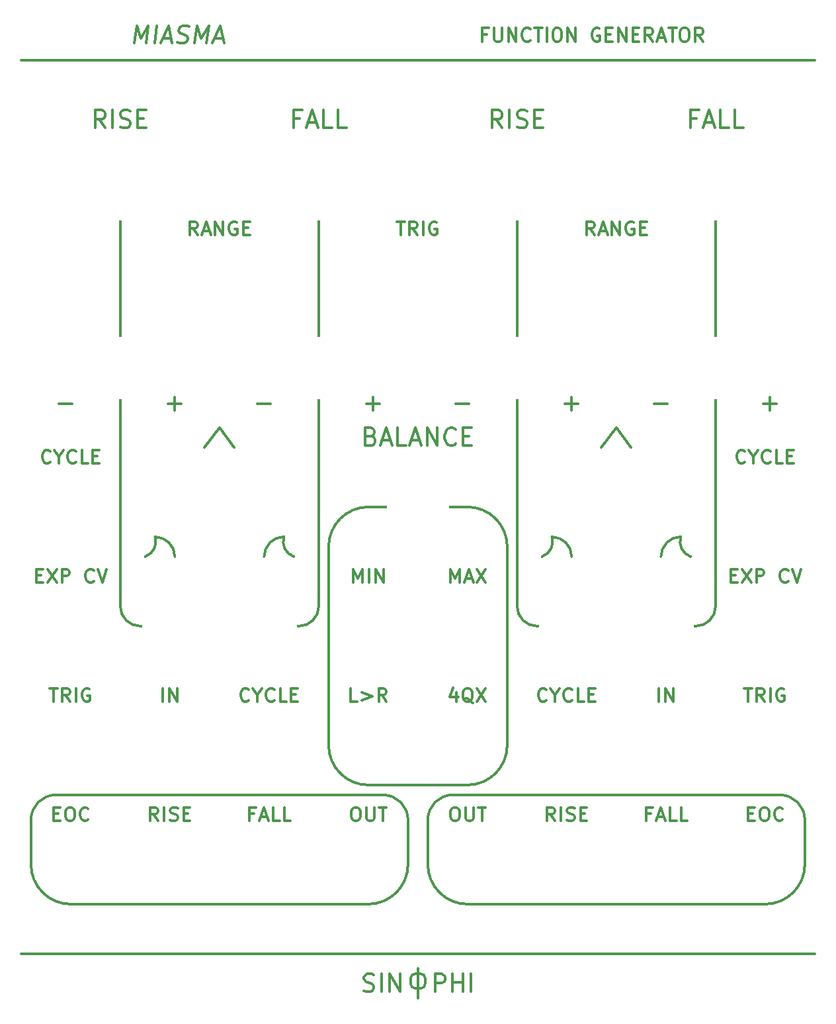
<source format=gbr>
G04 #@! TF.FileFunction,Legend,Top*
%FSLAX46Y46*%
G04 Gerber Fmt 4.6, Leading zero omitted, Abs format (unit mm)*
G04 Created by KiCad (PCBNEW 4.0.1-stable) date 10/15/2018 9:36:44 PM*
%MOMM*%
G01*
G04 APERTURE LIST*
%ADD10C,0.100000*%
%ADD11C,0.300000*%
%ADD12C,4.175000*%
%ADD13C,7.350000*%
%ADD14C,8.012000*%
%ADD15C,4.210000*%
%ADD16C,7.096000*%
G04 APERTURE END LIST*
D10*
D11*
X106362500Y-198120000D02*
X106997500Y-198120000D01*
X107632500Y-199390000D02*
X107632500Y-198755000D01*
X105727500Y-199390000D02*
X105727500Y-198755000D01*
X106362500Y-200025000D02*
X106997500Y-200025000D01*
X106680000Y-197485000D02*
X106680000Y-201295000D01*
X106997500Y-200025000D02*
G75*
G03X107632500Y-199390000I0J635000D01*
G01*
X105727500Y-199390000D02*
G75*
G03X106362500Y-200025000I635000J0D01*
G01*
X106362500Y-198120000D02*
G75*
G03X105727500Y-198755000I0J-635000D01*
G01*
X107632500Y-198755000D02*
G75*
G03X106997500Y-198120000I-635000J0D01*
G01*
X57150000Y-184150000D02*
X57150000Y-178435000D01*
X105410000Y-184150000D02*
X105410000Y-178435000D01*
X60325000Y-175260000D02*
X102235000Y-175260000D01*
X60325000Y-175260000D02*
G75*
G03X57150000Y-178435000I0J-3175000D01*
G01*
X156210000Y-184150000D02*
X156210000Y-178435000D01*
X107950000Y-184150000D02*
X107950000Y-178435000D01*
X153035000Y-175260000D02*
X111125000Y-175260000D01*
X105410000Y-178435000D02*
G75*
G03X102235000Y-175260000I-3175000J0D01*
G01*
X111125000Y-175260000D02*
G75*
G03X107950000Y-178435000I0J-3175000D01*
G01*
X156210000Y-178435000D02*
G75*
G03X153035000Y-175260000I-3175000J0D01*
G01*
X99769285Y-200300714D02*
X100090714Y-200407857D01*
X100626428Y-200407857D01*
X100840714Y-200300714D01*
X100947857Y-200193571D01*
X101055000Y-199979286D01*
X101055000Y-199765000D01*
X100947857Y-199550714D01*
X100840714Y-199443571D01*
X100626428Y-199336429D01*
X100197857Y-199229286D01*
X99983571Y-199122143D01*
X99876428Y-199015000D01*
X99769285Y-198800714D01*
X99769285Y-198586429D01*
X99876428Y-198372143D01*
X99983571Y-198265000D01*
X100197857Y-198157857D01*
X100733571Y-198157857D01*
X101055000Y-198265000D01*
X102019285Y-200407857D02*
X102019285Y-198157857D01*
X103090714Y-200407857D02*
X103090714Y-198157857D01*
X104376429Y-200407857D01*
X104376429Y-198157857D01*
X108876429Y-200407857D02*
X108876429Y-198157857D01*
X109733572Y-198157857D01*
X109947858Y-198265000D01*
X110055001Y-198372143D01*
X110162144Y-198586429D01*
X110162144Y-198907857D01*
X110055001Y-199122143D01*
X109947858Y-199229286D01*
X109733572Y-199336429D01*
X108876429Y-199336429D01*
X111126429Y-200407857D02*
X111126429Y-198157857D01*
X111126429Y-199229286D02*
X112412144Y-199229286D01*
X112412144Y-200407857D02*
X112412144Y-198157857D01*
X113483572Y-200407857D02*
X113483572Y-198157857D01*
X55880000Y-81280000D02*
X157480000Y-81280000D01*
X55880000Y-195580000D02*
X157480000Y-195580000D01*
X150907857Y-125255714D02*
X152622143Y-125255714D01*
X151765000Y-126112857D02*
X151765000Y-124398571D01*
X125507857Y-125255714D02*
X127222143Y-125255714D01*
X126365000Y-126112857D02*
X126365000Y-124398571D01*
X74707857Y-125255714D02*
X76422143Y-125255714D01*
X75565000Y-126112857D02*
X75565000Y-124398571D01*
X60737857Y-125255714D02*
X62452143Y-125255714D01*
X136937857Y-125255714D02*
X138652143Y-125255714D01*
X111537857Y-125255714D02*
X113252143Y-125255714D01*
X100107857Y-125255714D02*
X101822143Y-125255714D01*
X100965000Y-126112857D02*
X100965000Y-124398571D01*
X86137857Y-125255714D02*
X87852143Y-125255714D01*
X122555000Y-144780000D02*
G75*
G03X123825000Y-142240000I-635000J1905000D01*
G01*
X126365000Y-144780000D02*
G75*
G03X123825000Y-142240000I-2540000J0D01*
G01*
X130175000Y-130810000D02*
X132080000Y-128270000D01*
X132080000Y-128270000D02*
X133985000Y-130810000D01*
X140335000Y-142240000D02*
G75*
G03X137795000Y-144780000I0J-2540000D01*
G01*
X140335000Y-142240000D02*
G75*
G03X141605000Y-144780000I1905000J-635000D01*
G01*
X89535000Y-142240000D02*
G75*
G03X90805000Y-144780000I1905000J-635000D01*
G01*
X89535000Y-142240000D02*
G75*
G03X86995000Y-144780000I0J-2540000D01*
G01*
X81280000Y-128270000D02*
X83185000Y-130810000D01*
X79375000Y-130810000D02*
X81280000Y-128270000D01*
X75565000Y-144780000D02*
G75*
G03X73025000Y-142240000I-2540000J0D01*
G01*
X71755000Y-144780000D02*
G75*
G03X73025000Y-142240000I-635000J1905000D01*
G01*
X70399107Y-79122857D02*
X70680357Y-76872857D01*
X71229464Y-78480000D01*
X72180357Y-76872857D01*
X71899107Y-79122857D01*
X72970536Y-79122857D02*
X73251786Y-76872857D01*
X74015179Y-78480000D02*
X75086608Y-78480000D01*
X73720537Y-79122857D02*
X74751787Y-76872857D01*
X75220537Y-79122857D01*
X75876786Y-79015714D02*
X76184822Y-79122857D01*
X76720536Y-79122857D01*
X76948215Y-79015714D01*
X77068751Y-78908571D01*
X77202679Y-78694286D01*
X77229465Y-78480000D01*
X77149108Y-78265714D01*
X77055358Y-78158571D01*
X76854464Y-78051429D01*
X76439286Y-77944286D01*
X76238393Y-77837143D01*
X76144643Y-77730000D01*
X76064286Y-77515714D01*
X76091071Y-77301429D01*
X76225000Y-77087143D01*
X76345536Y-76980000D01*
X76573215Y-76872857D01*
X77108929Y-76872857D01*
X77416965Y-76980000D01*
X78113393Y-79122857D02*
X78394643Y-76872857D01*
X78943750Y-78480000D01*
X79894643Y-76872857D01*
X79613393Y-79122857D01*
X80658036Y-78480000D02*
X81729465Y-78480000D01*
X80363394Y-79122857D02*
X81394644Y-76872857D01*
X81863394Y-79122857D01*
X115510004Y-77980000D02*
X114926671Y-77980000D01*
X114926671Y-78896667D02*
X114926671Y-77146667D01*
X115760004Y-77146667D01*
X116426671Y-77146667D02*
X116426671Y-78563333D01*
X116510004Y-78730000D01*
X116593337Y-78813333D01*
X116760004Y-78896667D01*
X117093337Y-78896667D01*
X117260004Y-78813333D01*
X117343337Y-78730000D01*
X117426671Y-78563333D01*
X117426671Y-77146667D01*
X118260004Y-78896667D02*
X118260004Y-77146667D01*
X119260004Y-78896667D01*
X119260004Y-77146667D01*
X121093337Y-78730000D02*
X121010003Y-78813333D01*
X120760003Y-78896667D01*
X120593337Y-78896667D01*
X120343337Y-78813333D01*
X120176670Y-78646667D01*
X120093337Y-78480000D01*
X120010003Y-78146667D01*
X120010003Y-77896667D01*
X120093337Y-77563333D01*
X120176670Y-77396667D01*
X120343337Y-77230000D01*
X120593337Y-77146667D01*
X120760003Y-77146667D01*
X121010003Y-77230000D01*
X121093337Y-77313333D01*
X121593337Y-77146667D02*
X122593337Y-77146667D01*
X122093337Y-78896667D02*
X122093337Y-77146667D01*
X123176670Y-78896667D02*
X123176670Y-77146667D01*
X124343336Y-77146667D02*
X124676669Y-77146667D01*
X124843336Y-77230000D01*
X125010003Y-77396667D01*
X125093336Y-77730000D01*
X125093336Y-78313333D01*
X125010003Y-78646667D01*
X124843336Y-78813333D01*
X124676669Y-78896667D01*
X124343336Y-78896667D01*
X124176669Y-78813333D01*
X124010003Y-78646667D01*
X123926669Y-78313333D01*
X123926669Y-77730000D01*
X124010003Y-77396667D01*
X124176669Y-77230000D01*
X124343336Y-77146667D01*
X125843336Y-78896667D02*
X125843336Y-77146667D01*
X126843336Y-78896667D01*
X126843336Y-77146667D01*
X129926668Y-77230000D02*
X129760002Y-77146667D01*
X129510002Y-77146667D01*
X129260002Y-77230000D01*
X129093335Y-77396667D01*
X129010002Y-77563333D01*
X128926668Y-77896667D01*
X128926668Y-78146667D01*
X129010002Y-78480000D01*
X129093335Y-78646667D01*
X129260002Y-78813333D01*
X129510002Y-78896667D01*
X129676668Y-78896667D01*
X129926668Y-78813333D01*
X130010002Y-78730000D01*
X130010002Y-78146667D01*
X129676668Y-78146667D01*
X130760002Y-77980000D02*
X131343335Y-77980000D01*
X131593335Y-78896667D02*
X130760002Y-78896667D01*
X130760002Y-77146667D01*
X131593335Y-77146667D01*
X132343335Y-78896667D02*
X132343335Y-77146667D01*
X133343335Y-78896667D01*
X133343335Y-77146667D01*
X134176668Y-77980000D02*
X134760001Y-77980000D01*
X135010001Y-78896667D02*
X134176668Y-78896667D01*
X134176668Y-77146667D01*
X135010001Y-77146667D01*
X136760001Y-78896667D02*
X136176667Y-78063333D01*
X135760001Y-78896667D02*
X135760001Y-77146667D01*
X136426667Y-77146667D01*
X136593334Y-77230000D01*
X136676667Y-77313333D01*
X136760001Y-77480000D01*
X136760001Y-77730000D01*
X136676667Y-77896667D01*
X136593334Y-77980000D01*
X136426667Y-78063333D01*
X135760001Y-78063333D01*
X137426667Y-78396667D02*
X138260001Y-78396667D01*
X137260001Y-78896667D02*
X137843334Y-77146667D01*
X138426667Y-78896667D01*
X138760001Y-77146667D02*
X139760001Y-77146667D01*
X139260001Y-78896667D02*
X139260001Y-77146667D01*
X140676667Y-77146667D02*
X141010000Y-77146667D01*
X141176667Y-77230000D01*
X141343334Y-77396667D01*
X141426667Y-77730000D01*
X141426667Y-78313333D01*
X141343334Y-78646667D01*
X141176667Y-78813333D01*
X141010000Y-78896667D01*
X140676667Y-78896667D01*
X140510000Y-78813333D01*
X140343334Y-78646667D01*
X140260000Y-78313333D01*
X140260000Y-77730000D01*
X140343334Y-77396667D01*
X140510000Y-77230000D01*
X140676667Y-77146667D01*
X143176667Y-78896667D02*
X142593333Y-78063333D01*
X142176667Y-78896667D02*
X142176667Y-77146667D01*
X142843333Y-77146667D01*
X143010000Y-77230000D01*
X143093333Y-77313333D01*
X143176667Y-77480000D01*
X143176667Y-77730000D01*
X143093333Y-77896667D01*
X143010000Y-77980000D01*
X142843333Y-78063333D01*
X142176667Y-78063333D01*
X100680000Y-129379286D02*
X101001429Y-129486429D01*
X101108572Y-129593571D01*
X101215715Y-129807857D01*
X101215715Y-130129286D01*
X101108572Y-130343571D01*
X101001429Y-130450714D01*
X100787143Y-130557857D01*
X99930000Y-130557857D01*
X99930000Y-128307857D01*
X100680000Y-128307857D01*
X100894286Y-128415000D01*
X101001429Y-128522143D01*
X101108572Y-128736429D01*
X101108572Y-128950714D01*
X101001429Y-129165000D01*
X100894286Y-129272143D01*
X100680000Y-129379286D01*
X99930000Y-129379286D01*
X102072857Y-129915000D02*
X103144286Y-129915000D01*
X101858572Y-130557857D02*
X102608572Y-128307857D01*
X103358572Y-130557857D01*
X105180000Y-130557857D02*
X104108571Y-130557857D01*
X104108571Y-128307857D01*
X105822857Y-129915000D02*
X106894286Y-129915000D01*
X105608572Y-130557857D02*
X106358572Y-128307857D01*
X107108572Y-130557857D01*
X107858571Y-130557857D02*
X107858571Y-128307857D01*
X109144286Y-130557857D01*
X109144286Y-128307857D01*
X111501429Y-130343571D02*
X111394286Y-130450714D01*
X111072857Y-130557857D01*
X110858571Y-130557857D01*
X110537143Y-130450714D01*
X110322857Y-130236429D01*
X110215714Y-130022143D01*
X110108571Y-129593571D01*
X110108571Y-129272143D01*
X110215714Y-128843571D01*
X110322857Y-128629286D01*
X110537143Y-128415000D01*
X110858571Y-128307857D01*
X111072857Y-128307857D01*
X111394286Y-128415000D01*
X111501429Y-128522143D01*
X112465714Y-129379286D02*
X113215714Y-129379286D01*
X113537143Y-130557857D02*
X112465714Y-130557857D01*
X112465714Y-128307857D01*
X113537143Y-128307857D01*
X117451429Y-89917857D02*
X116701429Y-88846429D01*
X116165714Y-89917857D02*
X116165714Y-87667857D01*
X117022857Y-87667857D01*
X117237143Y-87775000D01*
X117344286Y-87882143D01*
X117451429Y-88096429D01*
X117451429Y-88417857D01*
X117344286Y-88632143D01*
X117237143Y-88739286D01*
X117022857Y-88846429D01*
X116165714Y-88846429D01*
X118415714Y-89917857D02*
X118415714Y-87667857D01*
X119380000Y-89810714D02*
X119701429Y-89917857D01*
X120237143Y-89917857D01*
X120451429Y-89810714D01*
X120558572Y-89703571D01*
X120665715Y-89489286D01*
X120665715Y-89275000D01*
X120558572Y-89060714D01*
X120451429Y-88953571D01*
X120237143Y-88846429D01*
X119808572Y-88739286D01*
X119594286Y-88632143D01*
X119487143Y-88525000D01*
X119380000Y-88310714D01*
X119380000Y-88096429D01*
X119487143Y-87882143D01*
X119594286Y-87775000D01*
X119808572Y-87667857D01*
X120344286Y-87667857D01*
X120665715Y-87775000D01*
X121630000Y-88739286D02*
X122380000Y-88739286D01*
X122701429Y-89917857D02*
X121630000Y-89917857D01*
X121630000Y-87667857D01*
X122701429Y-87667857D01*
X142315714Y-88739286D02*
X141565714Y-88739286D01*
X141565714Y-89917857D02*
X141565714Y-87667857D01*
X142637143Y-87667857D01*
X143387142Y-89275000D02*
X144458571Y-89275000D01*
X143172857Y-89917857D02*
X143922857Y-87667857D01*
X144672857Y-89917857D01*
X146494285Y-89917857D02*
X145422856Y-89917857D01*
X145422856Y-87667857D01*
X148315714Y-89917857D02*
X147244285Y-89917857D01*
X147244285Y-87667857D01*
X91515714Y-88739286D02*
X90765714Y-88739286D01*
X90765714Y-89917857D02*
X90765714Y-87667857D01*
X91837143Y-87667857D01*
X92587142Y-89275000D02*
X93658571Y-89275000D01*
X92372857Y-89917857D02*
X93122857Y-87667857D01*
X93872857Y-89917857D01*
X95694285Y-89917857D02*
X94622856Y-89917857D01*
X94622856Y-87667857D01*
X97515714Y-89917857D02*
X96444285Y-89917857D01*
X96444285Y-87667857D01*
X66651429Y-89917857D02*
X65901429Y-88846429D01*
X65365714Y-89917857D02*
X65365714Y-87667857D01*
X66222857Y-87667857D01*
X66437143Y-87775000D01*
X66544286Y-87882143D01*
X66651429Y-88096429D01*
X66651429Y-88417857D01*
X66544286Y-88632143D01*
X66437143Y-88739286D01*
X66222857Y-88846429D01*
X65365714Y-88846429D01*
X67615714Y-89917857D02*
X67615714Y-87667857D01*
X68580000Y-89810714D02*
X68901429Y-89917857D01*
X69437143Y-89917857D01*
X69651429Y-89810714D01*
X69758572Y-89703571D01*
X69865715Y-89489286D01*
X69865715Y-89275000D01*
X69758572Y-89060714D01*
X69651429Y-88953571D01*
X69437143Y-88846429D01*
X69008572Y-88739286D01*
X68794286Y-88632143D01*
X68687143Y-88525000D01*
X68580000Y-88310714D01*
X68580000Y-88096429D01*
X68687143Y-87882143D01*
X68794286Y-87775000D01*
X69008572Y-87667857D01*
X69544286Y-87667857D01*
X69865715Y-87775000D01*
X70830000Y-88739286D02*
X71580000Y-88739286D01*
X71901429Y-89917857D02*
X70830000Y-89917857D01*
X70830000Y-87667857D01*
X71901429Y-87667857D01*
X95250000Y-168910000D02*
X95250000Y-143510000D01*
X118110000Y-143510000D02*
X118110000Y-168910000D01*
X102870000Y-138430000D02*
X100330000Y-138430000D01*
X110490000Y-138430000D02*
X113030000Y-138430000D01*
X118110000Y-143510000D02*
G75*
G03X113030000Y-138430000I-5080000J0D01*
G01*
X100330000Y-138430000D02*
G75*
G03X95250000Y-143510000I0J-5080000D01*
G01*
X129288334Y-103661667D02*
X128705000Y-102828333D01*
X128288334Y-103661667D02*
X128288334Y-101911667D01*
X128955000Y-101911667D01*
X129121667Y-101995000D01*
X129205000Y-102078333D01*
X129288334Y-102245000D01*
X129288334Y-102495000D01*
X129205000Y-102661667D01*
X129121667Y-102745000D01*
X128955000Y-102828333D01*
X128288334Y-102828333D01*
X129955000Y-103161667D02*
X130788334Y-103161667D01*
X129788334Y-103661667D02*
X130371667Y-101911667D01*
X130955000Y-103661667D01*
X131538334Y-103661667D02*
X131538334Y-101911667D01*
X132538334Y-103661667D01*
X132538334Y-101911667D01*
X134288333Y-101995000D02*
X134121667Y-101911667D01*
X133871667Y-101911667D01*
X133621667Y-101995000D01*
X133455000Y-102161667D01*
X133371667Y-102328333D01*
X133288333Y-102661667D01*
X133288333Y-102911667D01*
X133371667Y-103245000D01*
X133455000Y-103411667D01*
X133621667Y-103578333D01*
X133871667Y-103661667D01*
X134038333Y-103661667D01*
X134288333Y-103578333D01*
X134371667Y-103495000D01*
X134371667Y-102911667D01*
X134038333Y-102911667D01*
X135121667Y-102745000D02*
X135705000Y-102745000D01*
X135955000Y-103661667D02*
X135121667Y-103661667D01*
X135121667Y-101911667D01*
X135955000Y-101911667D01*
X78488334Y-103661667D02*
X77905000Y-102828333D01*
X77488334Y-103661667D02*
X77488334Y-101911667D01*
X78155000Y-101911667D01*
X78321667Y-101995000D01*
X78405000Y-102078333D01*
X78488334Y-102245000D01*
X78488334Y-102495000D01*
X78405000Y-102661667D01*
X78321667Y-102745000D01*
X78155000Y-102828333D01*
X77488334Y-102828333D01*
X79155000Y-103161667D02*
X79988334Y-103161667D01*
X78988334Y-103661667D02*
X79571667Y-101911667D01*
X80155000Y-103661667D01*
X80738334Y-103661667D02*
X80738334Y-101911667D01*
X81738334Y-103661667D01*
X81738334Y-101911667D01*
X83488333Y-101995000D02*
X83321667Y-101911667D01*
X83071667Y-101911667D01*
X82821667Y-101995000D01*
X82655000Y-102161667D01*
X82571667Y-102328333D01*
X82488333Y-102661667D01*
X82488333Y-102911667D01*
X82571667Y-103245000D01*
X82655000Y-103411667D01*
X82821667Y-103578333D01*
X83071667Y-103661667D01*
X83238333Y-103661667D01*
X83488333Y-103578333D01*
X83571667Y-103495000D01*
X83571667Y-102911667D01*
X83238333Y-102911667D01*
X84321667Y-102745000D02*
X84905000Y-102745000D01*
X85155000Y-103661667D02*
X84321667Y-103661667D01*
X84321667Y-101911667D01*
X85155000Y-101911667D01*
X104013334Y-101911667D02*
X105013334Y-101911667D01*
X104513334Y-103661667D02*
X104513334Y-101911667D01*
X106596667Y-103661667D02*
X106013333Y-102828333D01*
X105596667Y-103661667D02*
X105596667Y-101911667D01*
X106263333Y-101911667D01*
X106430000Y-101995000D01*
X106513333Y-102078333D01*
X106596667Y-102245000D01*
X106596667Y-102495000D01*
X106513333Y-102661667D01*
X106430000Y-102745000D01*
X106263333Y-102828333D01*
X105596667Y-102828333D01*
X107346667Y-103661667D02*
X107346667Y-101911667D01*
X109096666Y-101995000D02*
X108930000Y-101911667D01*
X108680000Y-101911667D01*
X108430000Y-101995000D01*
X108263333Y-102161667D01*
X108180000Y-102328333D01*
X108096666Y-102661667D01*
X108096666Y-102911667D01*
X108180000Y-103245000D01*
X108263333Y-103411667D01*
X108430000Y-103578333D01*
X108680000Y-103661667D01*
X108846666Y-103661667D01*
X109096666Y-103578333D01*
X109180000Y-103495000D01*
X109180000Y-102911667D01*
X108846666Y-102911667D01*
X148546667Y-132705000D02*
X148463333Y-132788333D01*
X148213333Y-132871667D01*
X148046667Y-132871667D01*
X147796667Y-132788333D01*
X147630000Y-132621667D01*
X147546667Y-132455000D01*
X147463333Y-132121667D01*
X147463333Y-131871667D01*
X147546667Y-131538333D01*
X147630000Y-131371667D01*
X147796667Y-131205000D01*
X148046667Y-131121667D01*
X148213333Y-131121667D01*
X148463333Y-131205000D01*
X148546667Y-131288333D01*
X149630000Y-132038333D02*
X149630000Y-132871667D01*
X149046667Y-131121667D02*
X149630000Y-132038333D01*
X150213333Y-131121667D01*
X151796667Y-132705000D02*
X151713333Y-132788333D01*
X151463333Y-132871667D01*
X151296667Y-132871667D01*
X151046667Y-132788333D01*
X150880000Y-132621667D01*
X150796667Y-132455000D01*
X150713333Y-132121667D01*
X150713333Y-131871667D01*
X150796667Y-131538333D01*
X150880000Y-131371667D01*
X151046667Y-131205000D01*
X151296667Y-131121667D01*
X151463333Y-131121667D01*
X151713333Y-131205000D01*
X151796667Y-131288333D01*
X153380000Y-132871667D02*
X152546667Y-132871667D01*
X152546667Y-131121667D01*
X153963334Y-131955000D02*
X154546667Y-131955000D01*
X154796667Y-132871667D02*
X153963334Y-132871667D01*
X153963334Y-131121667D01*
X154796667Y-131121667D01*
X59646667Y-132705000D02*
X59563333Y-132788333D01*
X59313333Y-132871667D01*
X59146667Y-132871667D01*
X58896667Y-132788333D01*
X58730000Y-132621667D01*
X58646667Y-132455000D01*
X58563333Y-132121667D01*
X58563333Y-131871667D01*
X58646667Y-131538333D01*
X58730000Y-131371667D01*
X58896667Y-131205000D01*
X59146667Y-131121667D01*
X59313333Y-131121667D01*
X59563333Y-131205000D01*
X59646667Y-131288333D01*
X60730000Y-132038333D02*
X60730000Y-132871667D01*
X60146667Y-131121667D02*
X60730000Y-132038333D01*
X61313333Y-131121667D01*
X62896667Y-132705000D02*
X62813333Y-132788333D01*
X62563333Y-132871667D01*
X62396667Y-132871667D01*
X62146667Y-132788333D01*
X61980000Y-132621667D01*
X61896667Y-132455000D01*
X61813333Y-132121667D01*
X61813333Y-131871667D01*
X61896667Y-131538333D01*
X61980000Y-131371667D01*
X62146667Y-131205000D01*
X62396667Y-131121667D01*
X62563333Y-131121667D01*
X62813333Y-131205000D01*
X62896667Y-131288333D01*
X64480000Y-132871667D02*
X63646667Y-132871667D01*
X63646667Y-131121667D01*
X65063334Y-131955000D02*
X65646667Y-131955000D01*
X65896667Y-132871667D02*
X65063334Y-132871667D01*
X65063334Y-131121667D01*
X65896667Y-131121667D01*
X146755001Y-147195000D02*
X147338334Y-147195000D01*
X147588334Y-148111667D02*
X146755001Y-148111667D01*
X146755001Y-146361667D01*
X147588334Y-146361667D01*
X148171667Y-146361667D02*
X149338334Y-148111667D01*
X149338334Y-146361667D02*
X148171667Y-148111667D01*
X150005001Y-148111667D02*
X150005001Y-146361667D01*
X150671667Y-146361667D01*
X150838334Y-146445000D01*
X150921667Y-146528333D01*
X151005001Y-146695000D01*
X151005001Y-146945000D01*
X150921667Y-147111667D01*
X150838334Y-147195000D01*
X150671667Y-147278333D01*
X150005001Y-147278333D01*
X154088334Y-147945000D02*
X154005000Y-148028333D01*
X153755000Y-148111667D01*
X153588334Y-148111667D01*
X153338334Y-148028333D01*
X153171667Y-147861667D01*
X153088334Y-147695000D01*
X153005000Y-147361667D01*
X153005000Y-147111667D01*
X153088334Y-146778333D01*
X153171667Y-146611667D01*
X153338334Y-146445000D01*
X153588334Y-146361667D01*
X153755000Y-146361667D01*
X154005000Y-146445000D01*
X154088334Y-146528333D01*
X154588334Y-146361667D02*
X155171667Y-148111667D01*
X155755000Y-146361667D01*
X57855001Y-147195000D02*
X58438334Y-147195000D01*
X58688334Y-148111667D02*
X57855001Y-148111667D01*
X57855001Y-146361667D01*
X58688334Y-146361667D01*
X59271667Y-146361667D02*
X60438334Y-148111667D01*
X60438334Y-146361667D02*
X59271667Y-148111667D01*
X61105001Y-148111667D02*
X61105001Y-146361667D01*
X61771667Y-146361667D01*
X61938334Y-146445000D01*
X62021667Y-146528333D01*
X62105001Y-146695000D01*
X62105001Y-146945000D01*
X62021667Y-147111667D01*
X61938334Y-147195000D01*
X61771667Y-147278333D01*
X61105001Y-147278333D01*
X65188334Y-147945000D02*
X65105000Y-148028333D01*
X64855000Y-148111667D01*
X64688334Y-148111667D01*
X64438334Y-148028333D01*
X64271667Y-147861667D01*
X64188334Y-147695000D01*
X64105000Y-147361667D01*
X64105000Y-147111667D01*
X64188334Y-146778333D01*
X64271667Y-146611667D01*
X64438334Y-146445000D01*
X64688334Y-146361667D01*
X64855000Y-146361667D01*
X65105000Y-146445000D01*
X65188334Y-146528333D01*
X65688334Y-146361667D02*
X66271667Y-148111667D01*
X66855000Y-146361667D01*
X148463334Y-161601667D02*
X149463334Y-161601667D01*
X148963334Y-163351667D02*
X148963334Y-161601667D01*
X151046667Y-163351667D02*
X150463333Y-162518333D01*
X150046667Y-163351667D02*
X150046667Y-161601667D01*
X150713333Y-161601667D01*
X150880000Y-161685000D01*
X150963333Y-161768333D01*
X151046667Y-161935000D01*
X151046667Y-162185000D01*
X150963333Y-162351667D01*
X150880000Y-162435000D01*
X150713333Y-162518333D01*
X150046667Y-162518333D01*
X151796667Y-163351667D02*
X151796667Y-161601667D01*
X153546666Y-161685000D02*
X153380000Y-161601667D01*
X153130000Y-161601667D01*
X152880000Y-161685000D01*
X152713333Y-161851667D01*
X152630000Y-162018333D01*
X152546666Y-162351667D01*
X152546666Y-162601667D01*
X152630000Y-162935000D01*
X152713333Y-163101667D01*
X152880000Y-163268333D01*
X153130000Y-163351667D01*
X153296666Y-163351667D01*
X153546666Y-163268333D01*
X153630000Y-163185000D01*
X153630000Y-162601667D01*
X153296666Y-162601667D01*
X137513334Y-163351667D02*
X137513334Y-161601667D01*
X138346667Y-163351667D02*
X138346667Y-161601667D01*
X139346667Y-163351667D01*
X139346667Y-161601667D01*
X123146667Y-163185000D02*
X123063333Y-163268333D01*
X122813333Y-163351667D01*
X122646667Y-163351667D01*
X122396667Y-163268333D01*
X122230000Y-163101667D01*
X122146667Y-162935000D01*
X122063333Y-162601667D01*
X122063333Y-162351667D01*
X122146667Y-162018333D01*
X122230000Y-161851667D01*
X122396667Y-161685000D01*
X122646667Y-161601667D01*
X122813333Y-161601667D01*
X123063333Y-161685000D01*
X123146667Y-161768333D01*
X124230000Y-162518333D02*
X124230000Y-163351667D01*
X123646667Y-161601667D02*
X124230000Y-162518333D01*
X124813333Y-161601667D01*
X126396667Y-163185000D02*
X126313333Y-163268333D01*
X126063333Y-163351667D01*
X125896667Y-163351667D01*
X125646667Y-163268333D01*
X125480000Y-163101667D01*
X125396667Y-162935000D01*
X125313333Y-162601667D01*
X125313333Y-162351667D01*
X125396667Y-162018333D01*
X125480000Y-161851667D01*
X125646667Y-161685000D01*
X125896667Y-161601667D01*
X126063333Y-161601667D01*
X126313333Y-161685000D01*
X126396667Y-161768333D01*
X127980000Y-163351667D02*
X127146667Y-163351667D01*
X127146667Y-161601667D01*
X128563334Y-162435000D02*
X129146667Y-162435000D01*
X129396667Y-163351667D02*
X128563334Y-163351667D01*
X128563334Y-161601667D01*
X129396667Y-161601667D01*
X59563334Y-161601667D02*
X60563334Y-161601667D01*
X60063334Y-163351667D02*
X60063334Y-161601667D01*
X62146667Y-163351667D02*
X61563333Y-162518333D01*
X61146667Y-163351667D02*
X61146667Y-161601667D01*
X61813333Y-161601667D01*
X61980000Y-161685000D01*
X62063333Y-161768333D01*
X62146667Y-161935000D01*
X62146667Y-162185000D01*
X62063333Y-162351667D01*
X61980000Y-162435000D01*
X61813333Y-162518333D01*
X61146667Y-162518333D01*
X62896667Y-163351667D02*
X62896667Y-161601667D01*
X64646666Y-161685000D02*
X64480000Y-161601667D01*
X64230000Y-161601667D01*
X63980000Y-161685000D01*
X63813333Y-161851667D01*
X63730000Y-162018333D01*
X63646666Y-162351667D01*
X63646666Y-162601667D01*
X63730000Y-162935000D01*
X63813333Y-163101667D01*
X63980000Y-163268333D01*
X64230000Y-163351667D01*
X64396666Y-163351667D01*
X64646666Y-163268333D01*
X64730000Y-163185000D01*
X64730000Y-162601667D01*
X64396666Y-162601667D01*
X74013334Y-163351667D02*
X74013334Y-161601667D01*
X74846667Y-163351667D02*
X74846667Y-161601667D01*
X75846667Y-163351667D01*
X75846667Y-161601667D01*
X85046667Y-163185000D02*
X84963333Y-163268333D01*
X84713333Y-163351667D01*
X84546667Y-163351667D01*
X84296667Y-163268333D01*
X84130000Y-163101667D01*
X84046667Y-162935000D01*
X83963333Y-162601667D01*
X83963333Y-162351667D01*
X84046667Y-162018333D01*
X84130000Y-161851667D01*
X84296667Y-161685000D01*
X84546667Y-161601667D01*
X84713333Y-161601667D01*
X84963333Y-161685000D01*
X85046667Y-161768333D01*
X86130000Y-162518333D02*
X86130000Y-163351667D01*
X85546667Y-161601667D02*
X86130000Y-162518333D01*
X86713333Y-161601667D01*
X88296667Y-163185000D02*
X88213333Y-163268333D01*
X87963333Y-163351667D01*
X87796667Y-163351667D01*
X87546667Y-163268333D01*
X87380000Y-163101667D01*
X87296667Y-162935000D01*
X87213333Y-162601667D01*
X87213333Y-162351667D01*
X87296667Y-162018333D01*
X87380000Y-161851667D01*
X87546667Y-161685000D01*
X87796667Y-161601667D01*
X87963333Y-161601667D01*
X88213333Y-161685000D01*
X88296667Y-161768333D01*
X89880000Y-163351667D02*
X89046667Y-163351667D01*
X89046667Y-161601667D01*
X90463334Y-162435000D02*
X91046667Y-162435000D01*
X91296667Y-163351667D02*
X90463334Y-163351667D01*
X90463334Y-161601667D01*
X91296667Y-161601667D01*
X98913333Y-163351667D02*
X98080000Y-163351667D01*
X98080000Y-161601667D01*
X99496667Y-162185000D02*
X100830000Y-162685000D01*
X99496667Y-163185000D01*
X102663334Y-163351667D02*
X102080000Y-162518333D01*
X101663334Y-163351667D02*
X101663334Y-161601667D01*
X102330000Y-161601667D01*
X102496667Y-161685000D01*
X102580000Y-161768333D01*
X102663334Y-161935000D01*
X102663334Y-162185000D01*
X102580000Y-162351667D01*
X102496667Y-162435000D01*
X102330000Y-162518333D01*
X101663334Y-162518333D01*
X111613334Y-162185000D02*
X111613334Y-163351667D01*
X111196667Y-161518333D02*
X110780000Y-162768333D01*
X111863334Y-162768333D01*
X113696667Y-163518333D02*
X113530001Y-163435000D01*
X113363334Y-163268333D01*
X113113334Y-163018333D01*
X112946667Y-162935000D01*
X112780001Y-162935000D01*
X112863334Y-163351667D02*
X112696667Y-163268333D01*
X112530001Y-163101667D01*
X112446667Y-162768333D01*
X112446667Y-162185000D01*
X112530001Y-161851667D01*
X112696667Y-161685000D01*
X112863334Y-161601667D01*
X113196667Y-161601667D01*
X113363334Y-161685000D01*
X113530001Y-161851667D01*
X113613334Y-162185000D01*
X113613334Y-162768333D01*
X113530001Y-163101667D01*
X113363334Y-163268333D01*
X113196667Y-163351667D01*
X112863334Y-163351667D01*
X114196667Y-161601667D02*
X115363334Y-163351667D01*
X115363334Y-161601667D02*
X114196667Y-163351667D01*
X98413334Y-148111667D02*
X98413334Y-146361667D01*
X98996667Y-147611667D01*
X99580000Y-146361667D01*
X99580000Y-148111667D01*
X100413334Y-148111667D02*
X100413334Y-146361667D01*
X101246667Y-148111667D02*
X101246667Y-146361667D01*
X102246667Y-148111667D01*
X102246667Y-146361667D01*
X110863334Y-148111667D02*
X110863334Y-146361667D01*
X111446667Y-147611667D01*
X112030000Y-146361667D01*
X112030000Y-148111667D01*
X112780000Y-147611667D02*
X113613334Y-147611667D01*
X112613334Y-148111667D02*
X113196667Y-146361667D01*
X113780000Y-148111667D01*
X114196667Y-146361667D02*
X115363334Y-148111667D01*
X115363334Y-146361667D02*
X114196667Y-148111667D01*
X100330000Y-189230000D02*
X62230000Y-189230000D01*
X151130000Y-189230000D02*
X113030000Y-189230000D01*
X107950000Y-184150000D02*
G75*
G03X113030000Y-189230000I5080000J0D01*
G01*
X100330000Y-189230000D02*
G75*
G03X105410000Y-184150000I0J5080000D01*
G01*
X151130000Y-189230000D02*
G75*
G03X156210000Y-184150000I0J5080000D01*
G01*
X57150000Y-184150000D02*
G75*
G03X62230000Y-189230000I5080000J0D01*
G01*
X60063334Y-177675000D02*
X60646667Y-177675000D01*
X60896667Y-178591667D02*
X60063334Y-178591667D01*
X60063334Y-176841667D01*
X60896667Y-176841667D01*
X61980000Y-176841667D02*
X62313333Y-176841667D01*
X62480000Y-176925000D01*
X62646667Y-177091667D01*
X62730000Y-177425000D01*
X62730000Y-178008333D01*
X62646667Y-178341667D01*
X62480000Y-178508333D01*
X62313333Y-178591667D01*
X61980000Y-178591667D01*
X61813333Y-178508333D01*
X61646667Y-178341667D01*
X61563333Y-178008333D01*
X61563333Y-177425000D01*
X61646667Y-177091667D01*
X61813333Y-176925000D01*
X61980000Y-176841667D01*
X64480000Y-178425000D02*
X64396666Y-178508333D01*
X64146666Y-178591667D01*
X63980000Y-178591667D01*
X63730000Y-178508333D01*
X63563333Y-178341667D01*
X63480000Y-178175000D01*
X63396666Y-177841667D01*
X63396666Y-177591667D01*
X63480000Y-177258333D01*
X63563333Y-177091667D01*
X63730000Y-176925000D01*
X63980000Y-176841667D01*
X64146666Y-176841667D01*
X64396666Y-176925000D01*
X64480000Y-177008333D01*
X148963334Y-177675000D02*
X149546667Y-177675000D01*
X149796667Y-178591667D02*
X148963334Y-178591667D01*
X148963334Y-176841667D01*
X149796667Y-176841667D01*
X150880000Y-176841667D02*
X151213333Y-176841667D01*
X151380000Y-176925000D01*
X151546667Y-177091667D01*
X151630000Y-177425000D01*
X151630000Y-178008333D01*
X151546667Y-178341667D01*
X151380000Y-178508333D01*
X151213333Y-178591667D01*
X150880000Y-178591667D01*
X150713333Y-178508333D01*
X150546667Y-178341667D01*
X150463333Y-178008333D01*
X150463333Y-177425000D01*
X150546667Y-177091667D01*
X150713333Y-176925000D01*
X150880000Y-176841667D01*
X153380000Y-178425000D02*
X153296666Y-178508333D01*
X153046666Y-178591667D01*
X152880000Y-178591667D01*
X152630000Y-178508333D01*
X152463333Y-178341667D01*
X152380000Y-178175000D01*
X152296666Y-177841667D01*
X152296666Y-177591667D01*
X152380000Y-177258333D01*
X152463333Y-177091667D01*
X152630000Y-176925000D01*
X152880000Y-176841667D01*
X153046666Y-176841667D01*
X153296666Y-176925000D01*
X153380000Y-177008333D01*
X136513333Y-177675000D02*
X135930000Y-177675000D01*
X135930000Y-178591667D02*
X135930000Y-176841667D01*
X136763333Y-176841667D01*
X137346666Y-178091667D02*
X138180000Y-178091667D01*
X137180000Y-178591667D02*
X137763333Y-176841667D01*
X138346666Y-178591667D01*
X139763333Y-178591667D02*
X138930000Y-178591667D01*
X138930000Y-176841667D01*
X141180000Y-178591667D02*
X140346667Y-178591667D01*
X140346667Y-176841667D01*
X73430001Y-178591667D02*
X72846667Y-177758333D01*
X72430001Y-178591667D02*
X72430001Y-176841667D01*
X73096667Y-176841667D01*
X73263334Y-176925000D01*
X73346667Y-177008333D01*
X73430001Y-177175000D01*
X73430001Y-177425000D01*
X73346667Y-177591667D01*
X73263334Y-177675000D01*
X73096667Y-177758333D01*
X72430001Y-177758333D01*
X74180001Y-178591667D02*
X74180001Y-176841667D01*
X74930000Y-178508333D02*
X75180000Y-178591667D01*
X75596667Y-178591667D01*
X75763334Y-178508333D01*
X75846667Y-178425000D01*
X75930000Y-178258333D01*
X75930000Y-178091667D01*
X75846667Y-177925000D01*
X75763334Y-177841667D01*
X75596667Y-177758333D01*
X75263334Y-177675000D01*
X75096667Y-177591667D01*
X75013334Y-177508333D01*
X74930000Y-177341667D01*
X74930000Y-177175000D01*
X75013334Y-177008333D01*
X75096667Y-176925000D01*
X75263334Y-176841667D01*
X75680000Y-176841667D01*
X75930000Y-176925000D01*
X76680001Y-177675000D02*
X77263334Y-177675000D01*
X77513334Y-178591667D02*
X76680001Y-178591667D01*
X76680001Y-176841667D01*
X77513334Y-176841667D01*
X124230001Y-178591667D02*
X123646667Y-177758333D01*
X123230001Y-178591667D02*
X123230001Y-176841667D01*
X123896667Y-176841667D01*
X124063334Y-176925000D01*
X124146667Y-177008333D01*
X124230001Y-177175000D01*
X124230001Y-177425000D01*
X124146667Y-177591667D01*
X124063334Y-177675000D01*
X123896667Y-177758333D01*
X123230001Y-177758333D01*
X124980001Y-178591667D02*
X124980001Y-176841667D01*
X125730000Y-178508333D02*
X125980000Y-178591667D01*
X126396667Y-178591667D01*
X126563334Y-178508333D01*
X126646667Y-178425000D01*
X126730000Y-178258333D01*
X126730000Y-178091667D01*
X126646667Y-177925000D01*
X126563334Y-177841667D01*
X126396667Y-177758333D01*
X126063334Y-177675000D01*
X125896667Y-177591667D01*
X125813334Y-177508333D01*
X125730000Y-177341667D01*
X125730000Y-177175000D01*
X125813334Y-177008333D01*
X125896667Y-176925000D01*
X126063334Y-176841667D01*
X126480000Y-176841667D01*
X126730000Y-176925000D01*
X127480001Y-177675000D02*
X128063334Y-177675000D01*
X128313334Y-178591667D02*
X127480001Y-178591667D01*
X127480001Y-176841667D01*
X128313334Y-176841667D01*
X85713333Y-177675000D02*
X85130000Y-177675000D01*
X85130000Y-178591667D02*
X85130000Y-176841667D01*
X85963333Y-176841667D01*
X86546666Y-178091667D02*
X87380000Y-178091667D01*
X86380000Y-178591667D02*
X86963333Y-176841667D01*
X87546666Y-178591667D01*
X88963333Y-178591667D02*
X88130000Y-178591667D01*
X88130000Y-176841667D01*
X90380000Y-178591667D02*
X89546667Y-178591667D01*
X89546667Y-176841667D01*
X98580001Y-176841667D02*
X98913334Y-176841667D01*
X99080001Y-176925000D01*
X99246668Y-177091667D01*
X99330001Y-177425000D01*
X99330001Y-178008333D01*
X99246668Y-178341667D01*
X99080001Y-178508333D01*
X98913334Y-178591667D01*
X98580001Y-178591667D01*
X98413334Y-178508333D01*
X98246668Y-178341667D01*
X98163334Y-178008333D01*
X98163334Y-177425000D01*
X98246668Y-177091667D01*
X98413334Y-176925000D01*
X98580001Y-176841667D01*
X100080001Y-176841667D02*
X100080001Y-178258333D01*
X100163334Y-178425000D01*
X100246667Y-178508333D01*
X100413334Y-178591667D01*
X100746667Y-178591667D01*
X100913334Y-178508333D01*
X100996667Y-178425000D01*
X101080001Y-178258333D01*
X101080001Y-176841667D01*
X101663334Y-176841667D02*
X102663334Y-176841667D01*
X102163334Y-178591667D02*
X102163334Y-176841667D01*
X111280001Y-176841667D02*
X111613334Y-176841667D01*
X111780001Y-176925000D01*
X111946668Y-177091667D01*
X112030001Y-177425000D01*
X112030001Y-178008333D01*
X111946668Y-178341667D01*
X111780001Y-178508333D01*
X111613334Y-178591667D01*
X111280001Y-178591667D01*
X111113334Y-178508333D01*
X110946668Y-178341667D01*
X110863334Y-178008333D01*
X110863334Y-177425000D01*
X110946668Y-177091667D01*
X111113334Y-176925000D01*
X111280001Y-176841667D01*
X112780001Y-176841667D02*
X112780001Y-178258333D01*
X112863334Y-178425000D01*
X112946667Y-178508333D01*
X113113334Y-178591667D01*
X113446667Y-178591667D01*
X113613334Y-178508333D01*
X113696667Y-178425000D01*
X113780001Y-178258333D01*
X113780001Y-176841667D01*
X114363334Y-176841667D02*
X115363334Y-176841667D01*
X114863334Y-178591667D02*
X114863334Y-176841667D01*
X100330000Y-173990000D02*
X113030000Y-173990000D01*
X113030000Y-173990000D02*
G75*
G03X118110000Y-168910000I0J5080000D01*
G01*
X95250000Y-168910000D02*
G75*
G03X100330000Y-173990000I5080000J0D01*
G01*
X68580000Y-151130000D02*
G75*
G03X71120000Y-153670000I2540000J0D01*
G01*
X91440000Y-153670000D02*
G75*
G03X93980000Y-151130000I0J2540000D01*
G01*
X93980000Y-124460000D02*
X93980000Y-151130000D01*
X90805000Y-153670000D02*
X91440000Y-153670000D01*
X71755000Y-153670000D02*
X71120000Y-153670000D01*
X68580000Y-124460000D02*
X68580000Y-151130000D01*
X68580000Y-116840000D02*
X68580000Y-101600000D01*
X93980000Y-116840000D02*
X93980000Y-101600000D01*
X144780000Y-116840000D02*
X144780000Y-101600000D01*
X119380000Y-116840000D02*
X119380000Y-101600000D01*
X142240000Y-153670000D02*
G75*
G03X144780000Y-151130000I0J2540000D01*
G01*
X144780000Y-124460000D02*
X144780000Y-151130000D01*
X141605000Y-153670000D02*
X142240000Y-153670000D01*
X121920000Y-153670000D02*
X122555000Y-153670000D01*
X119380000Y-151130000D02*
G75*
G03X121920000Y-153670000I2540000J0D01*
G01*
X119380000Y-124460000D02*
X119380000Y-151130000D01*
%LPC*%
D12*
X134620000Y-92710000D03*
X129540000Y-92710000D03*
X83820000Y-92710000D03*
D13*
X81280000Y-109220000D03*
X106680000Y-109220000D03*
X132080000Y-109220000D03*
X151130000Y-138430000D03*
D14*
X132080000Y-138430000D03*
X144780000Y-120650000D03*
X119380000Y-120650000D03*
X93980000Y-120650000D03*
X68580000Y-120650000D03*
X144780000Y-97790000D03*
X119380000Y-97790000D03*
X93980000Y-97790000D03*
X68580000Y-97790000D03*
X81280000Y-138430000D03*
D15*
X63500000Y-199644000D03*
X149860000Y-199644000D03*
X149860000Y-77216000D03*
D16*
X151130000Y-184150000D03*
X138430000Y-184150000D03*
X125730000Y-184150000D03*
X113030000Y-184150000D03*
X100330000Y-184150000D03*
X87630000Y-184150000D03*
X74930000Y-184150000D03*
X62230000Y-184150000D03*
X151130000Y-168910000D03*
X138430000Y-168910000D03*
X125730000Y-168910000D03*
X113030000Y-168910000D03*
X100330000Y-168910000D03*
X87630000Y-168910000D03*
X74930000Y-168910000D03*
X62230000Y-168910000D03*
X151130000Y-153670000D03*
X138430000Y-153670000D03*
X125730000Y-153670000D03*
X113030000Y-153670000D03*
X100330000Y-153670000D03*
X87630000Y-153670000D03*
X74930000Y-153670000D03*
X62230000Y-153670000D03*
D15*
X63500000Y-77216000D03*
D14*
X106680000Y-138430000D03*
D13*
X62230000Y-138430000D03*
D12*
X78740000Y-92710000D03*
M02*

</source>
